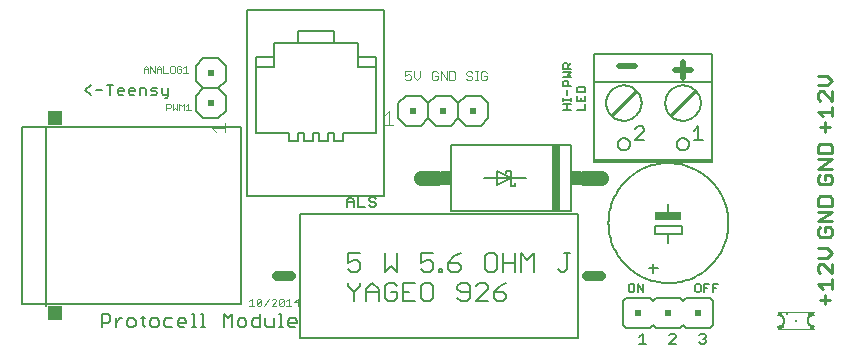
<source format=gto>
G75*
%MOIN*%
%OFA0B0*%
%FSLAX24Y24*%
%IPPOS*%
%LPD*%
%AMOC8*
5,1,8,0,0,1.08239X$1,22.5*
%
%ADD10C,0.0070*%
%ADD11C,0.0100*%
%ADD12C,0.0050*%
%ADD13C,0.0080*%
%ADD14C,0.0030*%
%ADD15C,0.0200*%
%ADD16C,0.0020*%
%ADD17C,0.0010*%
%ADD18C,0.0060*%
%ADD19R,0.0900X0.0250*%
%ADD20R,0.0450X0.0502*%
%ADD21R,0.0450X0.0492*%
%ADD22C,0.0335*%
%ADD23R,0.0200X0.0200*%
%ADD24C,0.0040*%
%ADD25C,0.0500*%
%ADD26R,0.0300X0.2200*%
%ADD27R,0.0350X0.0500*%
%ADD28C,0.0098*%
%ADD29R,0.0177X0.0157*%
%ADD30R,0.0069X0.0128*%
%ADD31R,0.0079X0.0079*%
%ADD32R,0.0240X0.0240*%
D10*
X010989Y004885D02*
X010989Y005105D01*
X011099Y005215D01*
X011209Y005105D01*
X011209Y004885D01*
X011357Y004885D02*
X011577Y004885D01*
X011725Y004940D02*
X011780Y004885D01*
X011891Y004885D01*
X011946Y004940D01*
X011946Y004995D01*
X011891Y005050D01*
X011780Y005050D01*
X011725Y005105D01*
X011725Y005160D01*
X011780Y005215D01*
X011891Y005215D01*
X011946Y005160D01*
X011357Y005215D02*
X011357Y004885D01*
X011209Y005050D02*
X010989Y005050D01*
X005037Y008580D02*
X004982Y008525D01*
X004927Y008525D01*
X004872Y008635D02*
X005037Y008635D01*
X005037Y008580D02*
X005037Y008855D01*
X004817Y008855D02*
X004817Y008690D01*
X004872Y008635D01*
X004669Y008690D02*
X004614Y008745D01*
X004504Y008745D01*
X004449Y008800D01*
X004504Y008855D01*
X004669Y008855D01*
X004301Y008800D02*
X004301Y008635D01*
X004449Y008635D02*
X004614Y008635D01*
X004669Y008690D01*
X004301Y008800D02*
X004245Y008855D01*
X004080Y008855D01*
X004080Y008635D01*
X003932Y008745D02*
X003712Y008745D01*
X003712Y008690D02*
X003712Y008800D01*
X003767Y008855D01*
X003877Y008855D01*
X003932Y008800D01*
X003932Y008745D01*
X003877Y008635D02*
X003767Y008635D01*
X003712Y008690D01*
X003564Y008745D02*
X003344Y008745D01*
X003344Y008690D02*
X003344Y008800D01*
X003399Y008855D01*
X003509Y008855D01*
X003564Y008800D01*
X003564Y008745D01*
X003509Y008635D02*
X003399Y008635D01*
X003344Y008690D01*
X003086Y008635D02*
X003086Y008965D01*
X003196Y008965D02*
X002975Y008965D01*
X002827Y008800D02*
X002607Y008800D01*
X002459Y008635D02*
X002239Y008800D01*
X002459Y008965D01*
D11*
X019838Y007950D02*
X020618Y008740D01*
X021788Y007960D02*
X022578Y008750D01*
X026693Y008661D02*
X026693Y008508D01*
X026770Y008431D01*
X026693Y008661D02*
X026770Y008738D01*
X026847Y008738D01*
X027154Y008431D01*
X027154Y008738D01*
X027000Y008947D02*
X026693Y008947D01*
X027000Y008947D02*
X027154Y009100D01*
X027000Y009254D01*
X026693Y009254D01*
X027154Y008223D02*
X027154Y007916D01*
X027154Y008069D02*
X026693Y008069D01*
X026847Y007916D01*
X026924Y007707D02*
X026924Y007400D01*
X027077Y007553D02*
X026770Y007553D01*
X026770Y006988D02*
X026693Y006911D01*
X026693Y006681D01*
X027154Y006681D01*
X027154Y006911D01*
X027077Y006988D01*
X026770Y006988D01*
X026693Y006473D02*
X027154Y006473D01*
X026693Y006166D01*
X027154Y006166D01*
X027077Y005957D02*
X026924Y005957D01*
X026924Y005803D01*
X027077Y005650D02*
X027154Y005727D01*
X027154Y005880D01*
X027077Y005957D01*
X026770Y005957D02*
X026693Y005880D01*
X026693Y005727D01*
X026770Y005650D01*
X027077Y005650D01*
X027077Y005238D02*
X026770Y005238D01*
X026693Y005161D01*
X026693Y004931D01*
X027154Y004931D01*
X027154Y005161D01*
X027077Y005238D01*
X027154Y004723D02*
X026693Y004723D01*
X026693Y004416D02*
X027154Y004723D01*
X027154Y004416D02*
X026693Y004416D01*
X026770Y004207D02*
X026693Y004130D01*
X026693Y003977D01*
X026770Y003900D01*
X027077Y003900D01*
X027154Y003977D01*
X027154Y004130D01*
X027077Y004207D01*
X026924Y004207D01*
X026924Y004053D01*
X027000Y003504D02*
X026693Y003504D01*
X027000Y003504D02*
X027154Y003350D01*
X027000Y003197D01*
X026693Y003197D01*
X026770Y002988D02*
X026693Y002911D01*
X026693Y002758D01*
X026770Y002681D01*
X026770Y002988D02*
X026847Y002988D01*
X027154Y002681D01*
X027154Y002988D01*
X027154Y002473D02*
X027154Y002166D01*
X027154Y002319D02*
X026693Y002319D01*
X026847Y002166D01*
X026924Y001957D02*
X026924Y001650D01*
X027077Y001803D02*
X026770Y001803D01*
D12*
X023364Y002325D02*
X023184Y002325D01*
X023184Y002055D01*
X023184Y002190D02*
X023274Y002190D01*
X022980Y002190D02*
X022889Y002190D01*
X022889Y002055D02*
X022889Y002325D01*
X023070Y002325D01*
X022775Y002280D02*
X022730Y002325D01*
X022640Y002325D01*
X022595Y002280D01*
X022595Y002100D01*
X022640Y002055D01*
X022730Y002055D01*
X022775Y002100D01*
X022775Y002280D01*
X020864Y002325D02*
X020864Y002055D01*
X020684Y002325D01*
X020684Y002055D01*
X020570Y002100D02*
X020525Y002055D01*
X020435Y002055D01*
X020389Y002100D01*
X020389Y002280D01*
X020435Y002325D01*
X020525Y002325D01*
X020570Y002280D01*
X020570Y002100D01*
X018320Y002831D02*
X018320Y003340D01*
X018218Y003340D02*
X018422Y003340D01*
X018320Y002831D02*
X018218Y002729D01*
X018117Y002729D01*
X018015Y002831D01*
X017206Y002729D02*
X017206Y003340D01*
X017003Y003136D01*
X016799Y003340D01*
X016799Y002729D01*
X016599Y002729D02*
X016599Y003340D01*
X016599Y003034D02*
X016192Y003034D01*
X015991Y002831D02*
X015991Y003238D01*
X015889Y003340D01*
X015686Y003340D01*
X015584Y003238D01*
X015584Y002831D01*
X015686Y002729D01*
X015889Y002729D01*
X015991Y002831D01*
X016192Y002729D02*
X016192Y003340D01*
X014775Y003340D02*
X014572Y003238D01*
X014368Y003034D01*
X014674Y003034D01*
X014775Y002933D01*
X014775Y002831D01*
X014674Y002729D01*
X014470Y002729D01*
X014368Y002831D01*
X014368Y003034D01*
X014166Y002831D02*
X014065Y002831D01*
X014065Y002729D01*
X014166Y002729D01*
X014166Y002831D01*
X013864Y002831D02*
X013762Y002729D01*
X013559Y002729D01*
X013457Y002831D01*
X013457Y003034D02*
X013660Y003136D01*
X013762Y003136D01*
X013864Y003034D01*
X013864Y002831D01*
X013457Y003034D02*
X013457Y003340D01*
X013864Y003340D01*
X012648Y003340D02*
X012648Y002729D01*
X012445Y002933D01*
X012241Y002729D01*
X012241Y003340D01*
X011433Y003340D02*
X011026Y003340D01*
X011026Y003034D01*
X011230Y003136D01*
X011331Y003136D01*
X011433Y003034D01*
X011433Y002831D01*
X011331Y002729D01*
X011128Y002729D01*
X011026Y002831D01*
X011026Y002350D02*
X011026Y002248D01*
X011230Y002044D01*
X011230Y001739D01*
X011634Y001739D02*
X011634Y002146D01*
X011837Y002350D01*
X012041Y002146D01*
X012041Y001739D01*
X012241Y001841D02*
X012343Y001739D01*
X012547Y001739D01*
X012648Y001841D01*
X012648Y002044D01*
X012445Y002044D01*
X012849Y002044D02*
X013053Y002044D01*
X013457Y001841D02*
X013559Y001739D01*
X013762Y001739D01*
X013864Y001841D01*
X013864Y002248D01*
X013762Y002350D01*
X013559Y002350D01*
X013457Y002248D01*
X013457Y001841D01*
X013256Y001739D02*
X012849Y001739D01*
X012849Y002350D01*
X013256Y002350D01*
X012648Y002248D02*
X012547Y002350D01*
X012343Y002350D01*
X012241Y002248D01*
X012241Y001841D01*
X012041Y002044D02*
X011634Y002044D01*
X011433Y002248D02*
X011433Y002350D01*
X011433Y002248D02*
X011230Y002044D01*
X009426Y000533D02*
X009426Y004667D01*
X018678Y004667D01*
X018678Y000533D01*
X009426Y000533D01*
X014672Y001841D02*
X014774Y001739D01*
X014978Y001739D01*
X015079Y001841D01*
X015079Y002248D01*
X014978Y002350D01*
X014774Y002350D01*
X014672Y002248D01*
X014672Y002146D01*
X014774Y002044D01*
X015079Y002044D01*
X015280Y002248D02*
X015382Y002350D01*
X015585Y002350D01*
X015687Y002248D01*
X015687Y002146D01*
X015280Y001739D01*
X015687Y001739D01*
X015888Y001841D02*
X015990Y001739D01*
X016193Y001739D01*
X016295Y001841D01*
X016295Y001943D01*
X016193Y002044D01*
X015888Y002044D01*
X015888Y001841D01*
X015888Y002044D02*
X016091Y002248D01*
X016295Y002350D01*
X020729Y000552D02*
X020842Y000665D01*
X020842Y000325D01*
X020729Y000325D02*
X020956Y000325D01*
X021729Y000325D02*
X021956Y000552D01*
X021956Y000609D01*
X021899Y000665D01*
X021785Y000665D01*
X021729Y000609D01*
X021729Y000325D02*
X021956Y000325D01*
X022729Y000382D02*
X022785Y000325D01*
X022899Y000325D01*
X022956Y000382D01*
X022956Y000438D01*
X022899Y000495D01*
X022842Y000495D01*
X022899Y000495D02*
X022956Y000552D01*
X022956Y000609D01*
X022899Y000665D01*
X022785Y000665D01*
X022729Y000609D01*
X022703Y007125D02*
X022703Y007575D01*
X022553Y007425D01*
X022553Y007125D02*
X022853Y007125D01*
X020903Y007125D02*
X020603Y007125D01*
X020903Y007425D01*
X020903Y007500D01*
X020828Y007575D01*
X020678Y007575D01*
X020603Y007500D01*
X018929Y008125D02*
X018929Y008305D01*
X018929Y008420D02*
X018659Y008420D01*
X018659Y008600D01*
X018659Y008714D02*
X018659Y008849D01*
X018704Y008894D01*
X018884Y008894D01*
X018929Y008849D01*
X018929Y008714D01*
X018659Y008714D01*
X018449Y008911D02*
X018179Y008911D01*
X018179Y009046D01*
X018224Y009091D01*
X018314Y009091D01*
X018359Y009046D01*
X018359Y008911D01*
X018314Y008796D02*
X018314Y008616D01*
X018449Y008510D02*
X018449Y008420D01*
X018449Y008465D02*
X018179Y008465D01*
X018179Y008420D02*
X018179Y008510D01*
X018179Y008305D02*
X018449Y008305D01*
X018314Y008305D02*
X018314Y008125D01*
X018449Y008125D02*
X018179Y008125D01*
X018659Y008125D02*
X018929Y008125D01*
X018929Y008420D02*
X018929Y008600D01*
X018794Y008510D02*
X018794Y008420D01*
X018449Y009205D02*
X018179Y009205D01*
X018179Y009386D02*
X018449Y009386D01*
X018359Y009295D01*
X018449Y009205D01*
X018449Y009500D02*
X018179Y009500D01*
X018179Y009635D01*
X018224Y009680D01*
X018314Y009680D01*
X018359Y009635D01*
X018359Y009500D01*
X018359Y009590D02*
X018449Y009680D01*
X000954Y007600D02*
X000954Y001600D01*
D13*
X002818Y001310D02*
X002818Y000890D01*
X002818Y001030D02*
X003028Y001030D01*
X003098Y001100D01*
X003098Y001240D01*
X003028Y001310D01*
X002818Y001310D01*
X003278Y001170D02*
X003278Y000890D01*
X003278Y001030D02*
X003419Y001170D01*
X003489Y001170D01*
X003662Y001100D02*
X003662Y000960D01*
X003732Y000890D01*
X003872Y000890D01*
X003942Y000960D01*
X003942Y001100D01*
X003872Y001170D01*
X003732Y001170D01*
X003662Y001100D01*
X004123Y001170D02*
X004263Y001170D01*
X004193Y001240D02*
X004193Y000960D01*
X004263Y000890D01*
X004429Y000960D02*
X004500Y000890D01*
X004640Y000890D01*
X004710Y000960D01*
X004710Y001100D01*
X004640Y001170D01*
X004500Y001170D01*
X004429Y001100D01*
X004429Y000960D01*
X004890Y000960D02*
X004960Y000890D01*
X005170Y000890D01*
X005350Y000960D02*
X005350Y001100D01*
X005420Y001170D01*
X005560Y001170D01*
X005630Y001100D01*
X005630Y001030D01*
X005350Y001030D01*
X005350Y000960D02*
X005420Y000890D01*
X005560Y000890D01*
X005811Y000890D02*
X005951Y000890D01*
X005881Y000890D02*
X005881Y001310D01*
X005811Y001310D01*
X006118Y001310D02*
X006188Y001310D01*
X006188Y000890D01*
X006118Y000890D02*
X006258Y000890D01*
X006885Y000890D02*
X006885Y001310D01*
X007025Y001170D01*
X007165Y001310D01*
X007165Y000890D01*
X007345Y000960D02*
X007415Y000890D01*
X007555Y000890D01*
X007626Y000960D01*
X007626Y001100D01*
X007555Y001170D01*
X007415Y001170D01*
X007345Y001100D01*
X007345Y000960D01*
X007806Y000960D02*
X007876Y000890D01*
X008086Y000890D01*
X008086Y001310D01*
X008086Y001170D02*
X007876Y001170D01*
X007806Y001100D01*
X007806Y000960D01*
X008266Y000960D02*
X008336Y000890D01*
X008546Y000890D01*
X008546Y001170D01*
X008726Y001310D02*
X008797Y001310D01*
X008797Y000890D01*
X008867Y000890D02*
X008726Y000890D01*
X009033Y000960D02*
X009033Y001100D01*
X009103Y001170D01*
X009244Y001170D01*
X009314Y001100D01*
X009314Y001030D01*
X009033Y001030D01*
X009033Y000960D02*
X009103Y000890D01*
X009244Y000890D01*
X008266Y000960D02*
X008266Y001170D01*
X007463Y001637D02*
X000140Y001637D01*
X000140Y007563D01*
X007463Y007563D01*
X007463Y001637D01*
X005170Y001170D02*
X004960Y001170D01*
X004890Y001100D01*
X004890Y000960D01*
X007670Y005240D02*
X008804Y005240D01*
X008754Y005240D02*
X009604Y005240D01*
X009570Y005240D02*
X009804Y005240D01*
X009754Y005240D02*
X010604Y005240D01*
X012237Y005240D01*
X012237Y011460D01*
X007670Y011460D01*
X007670Y005240D01*
X009054Y007100D02*
X009054Y007350D01*
X007954Y007350D01*
X007954Y009550D01*
X008554Y009550D01*
X008554Y009900D01*
X008554Y010350D01*
X009354Y010350D01*
X009354Y010750D01*
X010554Y010750D01*
X010554Y010350D01*
X009354Y010350D01*
X008554Y009900D02*
X007954Y009900D01*
X007954Y009550D01*
X010554Y010350D02*
X011354Y010350D01*
X011354Y009900D01*
X011354Y009550D01*
X011954Y009550D01*
X011954Y009900D01*
X011354Y009900D01*
X011954Y009550D02*
X011954Y007350D01*
X010854Y007350D01*
X010854Y007100D01*
X010554Y007100D01*
X010554Y007350D01*
X010354Y007350D01*
X010354Y007100D01*
X010054Y007100D01*
X010054Y007350D01*
X009854Y007350D01*
X009854Y007100D01*
X009554Y007100D01*
X009554Y007350D01*
X009354Y007350D01*
X009354Y007100D01*
X009054Y007100D01*
X025363Y001297D02*
X025390Y001295D01*
X025416Y001290D01*
X025441Y001281D01*
X025465Y001268D01*
X025487Y001253D01*
X025507Y001234D01*
X025524Y001214D01*
X025538Y001191D01*
X025549Y001166D01*
X025556Y001140D01*
X025560Y001113D01*
X025560Y001087D01*
X025556Y001060D01*
X025549Y001034D01*
X025538Y001009D01*
X025524Y000986D01*
X025507Y000966D01*
X025487Y000947D01*
X025465Y000932D01*
X025441Y000919D01*
X025416Y000910D01*
X025390Y000905D01*
X025363Y000903D01*
X026544Y000903D02*
X026517Y000905D01*
X026491Y000910D01*
X026466Y000919D01*
X026442Y000932D01*
X026420Y000947D01*
X026400Y000966D01*
X026383Y000986D01*
X026369Y001009D01*
X026358Y001034D01*
X026351Y001060D01*
X026347Y001087D01*
X026347Y001113D01*
X026351Y001140D01*
X026358Y001166D01*
X026369Y001191D01*
X026383Y001214D01*
X026400Y001234D01*
X026420Y001253D01*
X026442Y001268D01*
X026466Y001281D01*
X026491Y001290D01*
X026517Y001295D01*
X026544Y001297D01*
D14*
X009380Y001715D02*
X009220Y001715D01*
X009340Y001835D01*
X009340Y001595D01*
X009132Y001595D02*
X008972Y001595D01*
X009052Y001595D02*
X009052Y001835D01*
X008972Y001755D01*
X008883Y001795D02*
X008723Y001635D01*
X008763Y001595D01*
X008843Y001595D01*
X008883Y001635D01*
X008883Y001795D01*
X008843Y001835D01*
X008763Y001835D01*
X008723Y001795D01*
X008723Y001635D01*
X008634Y001595D02*
X008474Y001595D01*
X008634Y001755D01*
X008634Y001795D01*
X008594Y001835D01*
X008514Y001835D01*
X008474Y001795D01*
X008386Y001835D02*
X008226Y001595D01*
X008137Y001635D02*
X008097Y001595D01*
X008017Y001595D01*
X007977Y001635D01*
X008137Y001795D01*
X008137Y001635D01*
X007977Y001635D02*
X007977Y001795D01*
X008017Y001835D01*
X008097Y001835D01*
X008137Y001795D01*
X007809Y001835D02*
X007809Y001595D01*
X007889Y001595D02*
X007728Y001595D01*
X007728Y001755D02*
X007809Y001835D01*
D15*
X022203Y009200D02*
X022203Y009734D01*
X021937Y009467D02*
X022470Y009467D01*
X020588Y009600D02*
X020054Y009600D01*
D16*
X015655Y009360D02*
X015605Y009410D01*
X015505Y009410D01*
X015455Y009360D01*
X015455Y009160D01*
X015505Y009110D01*
X015605Y009110D01*
X015655Y009160D01*
X015655Y009260D01*
X015555Y009260D01*
X015359Y009110D02*
X015258Y009110D01*
X015308Y009110D02*
X015308Y009410D01*
X015258Y009410D02*
X015359Y009410D01*
X015164Y009360D02*
X015114Y009410D01*
X015014Y009410D01*
X014964Y009360D01*
X014964Y009310D01*
X015014Y009260D01*
X015114Y009260D01*
X015164Y009210D01*
X015164Y009160D01*
X015114Y009110D01*
X015014Y009110D01*
X014964Y009160D01*
X014603Y009160D02*
X014603Y009360D01*
X014553Y009410D01*
X014403Y009410D01*
X014403Y009110D01*
X014553Y009110D01*
X014603Y009160D01*
X014309Y009110D02*
X014309Y009410D01*
X014108Y009410D02*
X014309Y009110D01*
X014108Y009110D02*
X014108Y009410D01*
X014014Y009360D02*
X013964Y009410D01*
X013864Y009410D01*
X013814Y009360D01*
X013814Y009160D01*
X013864Y009110D01*
X013964Y009110D01*
X014014Y009160D01*
X014014Y009260D01*
X013914Y009260D01*
X013409Y009210D02*
X013409Y009410D01*
X013208Y009410D02*
X013208Y009210D01*
X013309Y009110D01*
X013409Y009210D01*
X013114Y009160D02*
X013064Y009110D01*
X012964Y009110D01*
X012914Y009160D01*
X012914Y009260D02*
X013014Y009310D01*
X013064Y009310D01*
X013114Y009260D01*
X013114Y009160D01*
X012914Y009260D02*
X012914Y009410D01*
X013114Y009410D01*
D17*
X005688Y009355D02*
X005535Y009355D01*
X005611Y009355D02*
X005611Y009585D01*
X005535Y009508D01*
X005467Y009470D02*
X005467Y009393D01*
X005429Y009355D01*
X005352Y009355D01*
X005314Y009393D01*
X005314Y009547D01*
X005352Y009585D01*
X005429Y009585D01*
X005467Y009547D01*
X005467Y009470D02*
X005390Y009470D01*
X005246Y009393D02*
X005246Y009547D01*
X005208Y009585D01*
X005131Y009585D01*
X005093Y009547D01*
X005093Y009393D01*
X005131Y009355D01*
X005208Y009355D01*
X005246Y009393D01*
X005025Y009355D02*
X004872Y009355D01*
X004872Y009585D01*
X004804Y009508D02*
X004727Y009585D01*
X004651Y009508D01*
X004651Y009355D01*
X004583Y009355D02*
X004583Y009585D01*
X004651Y009470D02*
X004804Y009470D01*
X004804Y009508D02*
X004804Y009355D01*
X004583Y009355D02*
X004430Y009585D01*
X004430Y009355D01*
X004362Y009355D02*
X004362Y009508D01*
X004286Y009585D01*
X004209Y009508D01*
X004209Y009355D01*
X004209Y009470D02*
X004362Y009470D01*
X004959Y008335D02*
X005074Y008335D01*
X005112Y008297D01*
X005112Y008220D01*
X005074Y008182D01*
X004959Y008182D01*
X004959Y008105D02*
X004959Y008335D01*
X005180Y008335D02*
X005180Y008105D01*
X005256Y008182D01*
X005333Y008105D01*
X005333Y008335D01*
X005401Y008335D02*
X005477Y008258D01*
X005554Y008335D01*
X005554Y008105D01*
X005622Y008105D02*
X005775Y008105D01*
X005698Y008105D02*
X005698Y008335D01*
X005622Y008258D01*
X005401Y008335D02*
X005401Y008105D01*
D18*
X005954Y008100D02*
X006204Y007850D01*
X006704Y007850D01*
X006954Y008100D01*
X006954Y008600D01*
X006704Y008850D01*
X006954Y009100D01*
X006954Y009600D01*
X006704Y009850D01*
X006204Y009850D01*
X005954Y009600D01*
X005954Y009100D01*
X006204Y008850D01*
X006704Y008850D01*
X006204Y008850D02*
X005954Y008600D01*
X005954Y008100D01*
X012704Y007850D02*
X012954Y007600D01*
X013454Y007600D01*
X013704Y007850D01*
X013954Y007600D01*
X014454Y007600D01*
X014704Y007850D01*
X014954Y007600D01*
X015454Y007600D01*
X015704Y007850D01*
X015704Y008350D01*
X015454Y008600D01*
X014954Y008600D01*
X014704Y008350D01*
X014704Y007850D01*
X014704Y008350D02*
X014454Y008600D01*
X013954Y008600D01*
X013704Y008350D01*
X013704Y007850D01*
X012704Y007850D02*
X012704Y008350D01*
X012954Y008600D01*
X013454Y008600D01*
X013704Y008350D01*
X014454Y006950D02*
X018454Y006950D01*
X018454Y004750D01*
X014454Y004750D01*
X014454Y006950D01*
X016004Y006080D02*
X016454Y005850D01*
X016454Y006100D01*
X016304Y006100D01*
X016304Y006030D01*
X016454Y005850D02*
X016454Y005600D01*
X016604Y005600D01*
X016604Y005670D01*
X016454Y005850D02*
X015554Y005850D01*
X016004Y005620D02*
X016004Y006080D01*
X016004Y005620D02*
X016454Y005850D01*
X016954Y005850D01*
X019238Y006380D02*
X023168Y006380D01*
X023168Y006460D01*
X019238Y006460D01*
X019238Y009060D01*
X019238Y010000D01*
X023168Y010000D01*
X023168Y009060D01*
X023168Y006460D01*
X021988Y006980D02*
X021990Y007008D01*
X021996Y007035D01*
X022005Y007061D01*
X022018Y007086D01*
X022035Y007109D01*
X022054Y007129D01*
X022076Y007146D01*
X022100Y007160D01*
X022126Y007170D01*
X022153Y007177D01*
X022181Y007180D01*
X022209Y007179D01*
X022236Y007174D01*
X022263Y007165D01*
X022288Y007153D01*
X022311Y007138D01*
X022332Y007119D01*
X022350Y007098D01*
X022365Y007074D01*
X022376Y007048D01*
X022384Y007022D01*
X022388Y006994D01*
X022388Y006966D01*
X022384Y006938D01*
X022376Y006912D01*
X022365Y006886D01*
X022350Y006862D01*
X022332Y006841D01*
X022311Y006822D01*
X022288Y006807D01*
X022263Y006795D01*
X022236Y006786D01*
X022209Y006781D01*
X022181Y006780D01*
X022153Y006783D01*
X022126Y006790D01*
X022100Y006800D01*
X022076Y006814D01*
X022054Y006831D01*
X022035Y006851D01*
X022018Y006874D01*
X022005Y006899D01*
X021996Y006925D01*
X021990Y006952D01*
X021988Y006980D01*
X020018Y006980D02*
X020020Y007008D01*
X020026Y007035D01*
X020035Y007061D01*
X020048Y007086D01*
X020065Y007109D01*
X020084Y007129D01*
X020106Y007146D01*
X020130Y007160D01*
X020156Y007170D01*
X020183Y007177D01*
X020211Y007180D01*
X020239Y007179D01*
X020266Y007174D01*
X020293Y007165D01*
X020318Y007153D01*
X020341Y007138D01*
X020362Y007119D01*
X020380Y007098D01*
X020395Y007074D01*
X020406Y007048D01*
X020414Y007022D01*
X020418Y006994D01*
X020418Y006966D01*
X020414Y006938D01*
X020406Y006912D01*
X020395Y006886D01*
X020380Y006862D01*
X020362Y006841D01*
X020341Y006822D01*
X020318Y006807D01*
X020293Y006795D01*
X020266Y006786D01*
X020239Y006781D01*
X020211Y006780D01*
X020183Y006783D01*
X020156Y006790D01*
X020130Y006800D01*
X020106Y006814D01*
X020084Y006831D01*
X020065Y006851D01*
X020048Y006874D01*
X020035Y006899D01*
X020026Y006925D01*
X020020Y006952D01*
X020018Y006980D01*
X019238Y006460D02*
X019238Y006380D01*
X021704Y005000D02*
X021704Y004800D01*
X021704Y004600D01*
X019704Y004350D02*
X019706Y004439D01*
X019712Y004528D01*
X019722Y004617D01*
X019736Y004705D01*
X019753Y004792D01*
X019775Y004878D01*
X019801Y004964D01*
X019830Y005048D01*
X019863Y005131D01*
X019899Y005212D01*
X019940Y005292D01*
X019983Y005369D01*
X020030Y005445D01*
X020081Y005518D01*
X020134Y005589D01*
X020191Y005658D01*
X020251Y005724D01*
X020314Y005788D01*
X020379Y005848D01*
X020447Y005906D01*
X020518Y005960D01*
X020591Y006011D01*
X020666Y006059D01*
X020743Y006104D01*
X020822Y006145D01*
X020903Y006182D01*
X020985Y006216D01*
X021069Y006247D01*
X021154Y006273D01*
X021240Y006296D01*
X021327Y006314D01*
X021415Y006329D01*
X021504Y006340D01*
X021593Y006347D01*
X021682Y006350D01*
X021771Y006349D01*
X021860Y006344D01*
X021948Y006335D01*
X022037Y006322D01*
X022124Y006305D01*
X022211Y006285D01*
X022297Y006260D01*
X022381Y006232D01*
X022464Y006200D01*
X022546Y006164D01*
X022626Y006125D01*
X022704Y006082D01*
X022780Y006036D01*
X022854Y005986D01*
X022926Y005933D01*
X022995Y005877D01*
X023062Y005818D01*
X023126Y005756D01*
X023187Y005692D01*
X023246Y005624D01*
X023301Y005554D01*
X023353Y005482D01*
X023402Y005407D01*
X023447Y005331D01*
X023489Y005252D01*
X023527Y005172D01*
X023562Y005090D01*
X023593Y005006D01*
X023621Y004921D01*
X023644Y004835D01*
X023664Y004748D01*
X023680Y004661D01*
X023692Y004572D01*
X023700Y004484D01*
X023704Y004395D01*
X023704Y004305D01*
X023700Y004216D01*
X023692Y004128D01*
X023680Y004039D01*
X023664Y003952D01*
X023644Y003865D01*
X023621Y003779D01*
X023593Y003694D01*
X023562Y003610D01*
X023527Y003528D01*
X023489Y003448D01*
X023447Y003369D01*
X023402Y003293D01*
X023353Y003218D01*
X023301Y003146D01*
X023246Y003076D01*
X023187Y003008D01*
X023126Y002944D01*
X023062Y002882D01*
X022995Y002823D01*
X022926Y002767D01*
X022854Y002714D01*
X022780Y002664D01*
X022704Y002618D01*
X022626Y002575D01*
X022546Y002536D01*
X022464Y002500D01*
X022381Y002468D01*
X022297Y002440D01*
X022211Y002415D01*
X022124Y002395D01*
X022037Y002378D01*
X021948Y002365D01*
X021860Y002356D01*
X021771Y002351D01*
X021682Y002350D01*
X021593Y002353D01*
X021504Y002360D01*
X021415Y002371D01*
X021327Y002386D01*
X021240Y002404D01*
X021154Y002427D01*
X021069Y002453D01*
X020985Y002484D01*
X020903Y002518D01*
X020822Y002555D01*
X020743Y002596D01*
X020666Y002641D01*
X020591Y002689D01*
X020518Y002740D01*
X020447Y002794D01*
X020379Y002852D01*
X020314Y002912D01*
X020251Y002976D01*
X020191Y003042D01*
X020134Y003111D01*
X020081Y003182D01*
X020030Y003255D01*
X019983Y003331D01*
X019940Y003408D01*
X019899Y003488D01*
X019863Y003569D01*
X019830Y003652D01*
X019801Y003736D01*
X019775Y003822D01*
X019753Y003908D01*
X019736Y003995D01*
X019722Y004083D01*
X019712Y004172D01*
X019706Y004261D01*
X019704Y004350D01*
X021254Y004250D02*
X021254Y004000D01*
X021704Y004000D01*
X022154Y004000D01*
X022154Y004250D01*
X021254Y004250D01*
X021704Y004000D02*
X021704Y003900D01*
X021704Y003700D01*
X021204Y003000D02*
X021204Y002700D01*
X021054Y002850D02*
X021354Y002850D01*
X021304Y001850D02*
X021204Y001750D01*
X021104Y001850D01*
X020304Y001850D01*
X020204Y001750D01*
X020204Y000950D01*
X020304Y000850D01*
X021104Y000850D01*
X021204Y000950D01*
X021304Y000850D01*
X022104Y000850D01*
X022204Y000950D01*
X022304Y000850D01*
X023104Y000850D01*
X023204Y000950D01*
X023204Y001750D01*
X023104Y001850D01*
X022304Y001850D01*
X022204Y001750D01*
X022104Y001850D01*
X021304Y001850D01*
X021598Y008350D02*
X021600Y008398D01*
X021606Y008446D01*
X021616Y008493D01*
X021629Y008539D01*
X021646Y008584D01*
X021667Y008627D01*
X021692Y008669D01*
X021719Y008708D01*
X021750Y008745D01*
X021784Y008780D01*
X021820Y008811D01*
X021859Y008840D01*
X021900Y008865D01*
X021943Y008887D01*
X021987Y008905D01*
X022033Y008919D01*
X022080Y008930D01*
X022128Y008937D01*
X022176Y008940D01*
X022224Y008939D01*
X022272Y008934D01*
X022319Y008925D01*
X022366Y008913D01*
X022411Y008896D01*
X022455Y008876D01*
X022497Y008853D01*
X022537Y008826D01*
X022574Y008796D01*
X022609Y008763D01*
X022642Y008727D01*
X022671Y008689D01*
X022697Y008648D01*
X022720Y008606D01*
X022739Y008562D01*
X022754Y008516D01*
X022766Y008470D01*
X022774Y008422D01*
X022778Y008374D01*
X022778Y008326D01*
X022774Y008278D01*
X022766Y008230D01*
X022754Y008184D01*
X022739Y008138D01*
X022720Y008094D01*
X022697Y008052D01*
X022671Y008011D01*
X022642Y007973D01*
X022609Y007937D01*
X022574Y007904D01*
X022537Y007874D01*
X022497Y007847D01*
X022455Y007824D01*
X022411Y007804D01*
X022366Y007787D01*
X022319Y007775D01*
X022272Y007766D01*
X022224Y007761D01*
X022176Y007760D01*
X022128Y007763D01*
X022080Y007770D01*
X022033Y007781D01*
X021987Y007795D01*
X021943Y007813D01*
X021900Y007835D01*
X021859Y007860D01*
X021820Y007889D01*
X021784Y007920D01*
X021750Y007955D01*
X021719Y007992D01*
X021692Y008031D01*
X021667Y008073D01*
X021646Y008116D01*
X021629Y008161D01*
X021616Y008207D01*
X021606Y008254D01*
X021600Y008302D01*
X021598Y008350D01*
X019628Y008350D02*
X019630Y008398D01*
X019636Y008446D01*
X019646Y008493D01*
X019659Y008539D01*
X019676Y008584D01*
X019697Y008627D01*
X019722Y008669D01*
X019749Y008708D01*
X019780Y008745D01*
X019814Y008780D01*
X019850Y008811D01*
X019889Y008840D01*
X019930Y008865D01*
X019973Y008887D01*
X020017Y008905D01*
X020063Y008919D01*
X020110Y008930D01*
X020158Y008937D01*
X020206Y008940D01*
X020254Y008939D01*
X020302Y008934D01*
X020349Y008925D01*
X020396Y008913D01*
X020441Y008896D01*
X020485Y008876D01*
X020527Y008853D01*
X020567Y008826D01*
X020604Y008796D01*
X020639Y008763D01*
X020672Y008727D01*
X020701Y008689D01*
X020727Y008648D01*
X020750Y008606D01*
X020769Y008562D01*
X020784Y008516D01*
X020796Y008470D01*
X020804Y008422D01*
X020808Y008374D01*
X020808Y008326D01*
X020804Y008278D01*
X020796Y008230D01*
X020784Y008184D01*
X020769Y008138D01*
X020750Y008094D01*
X020727Y008052D01*
X020701Y008011D01*
X020672Y007973D01*
X020639Y007937D01*
X020604Y007904D01*
X020567Y007874D01*
X020527Y007847D01*
X020485Y007824D01*
X020441Y007804D01*
X020396Y007787D01*
X020349Y007775D01*
X020302Y007766D01*
X020254Y007761D01*
X020206Y007760D01*
X020158Y007763D01*
X020110Y007770D01*
X020063Y007781D01*
X020017Y007795D01*
X019973Y007813D01*
X019930Y007835D01*
X019889Y007860D01*
X019850Y007889D01*
X019814Y007920D01*
X019780Y007955D01*
X019749Y007992D01*
X019722Y008031D01*
X019697Y008073D01*
X019676Y008116D01*
X019659Y008161D01*
X019646Y008207D01*
X019636Y008254D01*
X019630Y008302D01*
X019628Y008350D01*
X019868Y009060D02*
X019238Y009060D01*
X019868Y009060D02*
X020568Y009060D01*
X021838Y009060D01*
X022538Y009060D01*
X023168Y009060D01*
D19*
X021704Y004575D03*
D20*
X001269Y001357D03*
D21*
X001269Y007848D03*
D22*
X008639Y002600D02*
X009131Y002600D01*
X018973Y002600D02*
X019466Y002600D01*
D23*
X015204Y008100D03*
X014204Y008100D03*
X013204Y008100D03*
X006454Y008350D03*
X006454Y009350D03*
D24*
X006934Y007677D02*
X006934Y007370D01*
X006934Y007523D02*
X006473Y007523D01*
X006627Y007370D01*
X012224Y007620D02*
X012531Y007620D01*
X012377Y007620D02*
X012377Y008080D01*
X012224Y007927D01*
X025344Y001395D02*
X026564Y001395D01*
X026564Y000805D02*
X025344Y000805D01*
D25*
X019454Y005850D02*
X018904Y005850D01*
X014004Y005850D02*
X013454Y005850D01*
D26*
X017954Y005850D03*
D27*
X018629Y005850D03*
X014279Y005850D03*
D28*
X025668Y001307D03*
D29*
X025412Y001336D03*
X026495Y001336D03*
X026495Y000864D03*
X025412Y000864D03*
D30*
X025526Y000928D03*
X026382Y001272D03*
D31*
X025954Y001100D03*
D32*
X022704Y001350D03*
X021704Y001350D03*
X020704Y001350D03*
M02*

</source>
